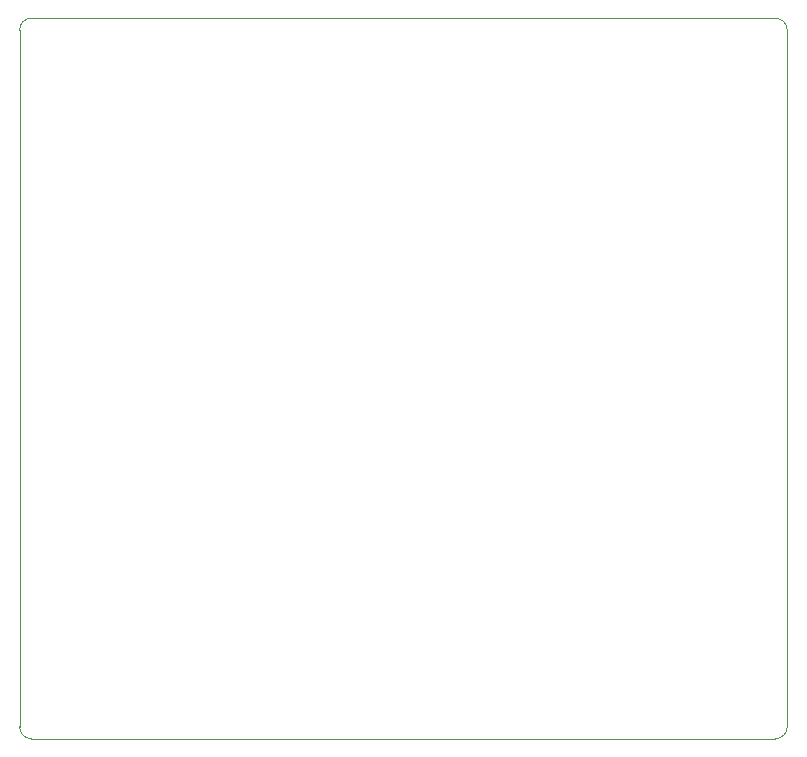
<source format=gm1>
G04 #@! TF.GenerationSoftware,KiCad,Pcbnew,5.1.4-e60b266~84~ubuntu18.04.1*
G04 #@! TF.CreationDate,2019-08-12T22:35:42+05:30*
G04 #@! TF.ProjectId,STCS2A_driver_rev1,53544353-3241-45f6-9472-697665725f72,rev?*
G04 #@! TF.SameCoordinates,Original*
G04 #@! TF.FileFunction,Profile,NP*
%FSLAX46Y46*%
G04 Gerber Fmt 4.6, Leading zero omitted, Abs format (unit mm)*
G04 Created by KiCad (PCBNEW 5.1.4-e60b266~84~ubuntu18.04.1) date 2019-08-12 22:35:42*
%MOMM*%
%LPD*%
G04 APERTURE LIST*
%ADD10C,0.050000*%
G04 APERTURE END LIST*
D10*
X114500000Y-103700000D02*
G75*
G02X113500000Y-104700000I-1000000J0D01*
G01*
X50500000Y-104700000D02*
X113500000Y-104700000D01*
X50500000Y-104700000D02*
G75*
G02X49500000Y-103700000I0J1000000D01*
G01*
X49500000Y-44700000D02*
X49500000Y-103700000D01*
X49500000Y-44700000D02*
G75*
G02X50500000Y-43700000I1000000J0D01*
G01*
X114500000Y-44700000D02*
X114500000Y-103700000D01*
X113500000Y-43700000D02*
G75*
G02X114500000Y-44700000I0J-1000000D01*
G01*
X50500000Y-43700000D02*
X113500000Y-43700000D01*
M02*

</source>
